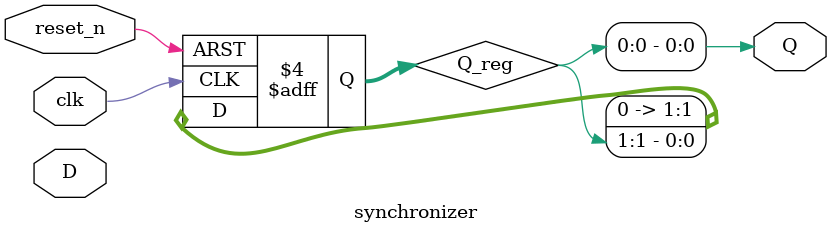
<source format=v>
`timescale 1ns / 1ps


module synchronizer
#(parameter stages = 2)(
input clk , reset_n , D ,
output Q
    );
    reg [stages-1 : 0] Q_reg;
    always @(posedge clk , negedge reset_n)
    begin
    if(~reset_n)
    Q_reg <= 1'b0;
    else
    Q_reg <= {D , Q_reg[stage-1:1]};
    end
    assign Q = Q_reg[0];
endmodule

</source>
